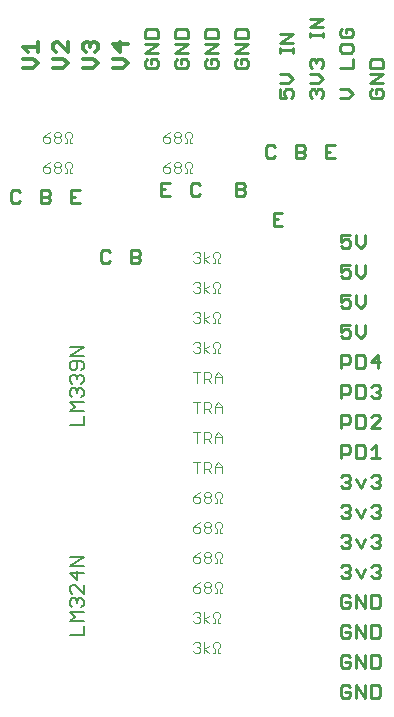
<source format=gto>
G75*
%MOIN*%
%OFA0B0*%
%FSLAX25Y25*%
%IPPOS*%
%LPD*%
%AMOC8*
5,1,8,0,0,1.08239X$1,22.5*
%
%ADD10C,0.01200*%
%ADD11C,0.01100*%
%ADD12C,0.00500*%
%ADD13C,0.00400*%
D10*
X0010596Y0234100D02*
X0013799Y0234100D01*
X0015400Y0235701D01*
X0013799Y0237303D01*
X0010596Y0237303D01*
X0012197Y0239625D02*
X0010596Y0241226D01*
X0015400Y0241226D01*
X0015400Y0239625D02*
X0015400Y0242827D01*
X0020596Y0242027D02*
X0020596Y0240425D01*
X0021397Y0239625D01*
X0020596Y0237303D02*
X0023799Y0237303D01*
X0025400Y0235701D01*
X0023799Y0234100D01*
X0020596Y0234100D01*
X0020596Y0242027D02*
X0021397Y0242827D01*
X0022197Y0242827D01*
X0025400Y0239625D01*
X0025400Y0242827D01*
X0030596Y0242027D02*
X0031397Y0242827D01*
X0032197Y0242827D01*
X0032998Y0242027D01*
X0033799Y0242827D01*
X0034599Y0242827D01*
X0035400Y0242027D01*
X0035400Y0240425D01*
X0034599Y0239625D01*
X0032998Y0241226D02*
X0032998Y0242027D01*
X0031397Y0239625D02*
X0030596Y0240425D01*
X0030596Y0242027D01*
X0030596Y0237303D02*
X0033799Y0237303D01*
X0035400Y0235701D01*
X0033799Y0234100D01*
X0030596Y0234100D01*
X0040596Y0234100D02*
X0043799Y0234100D01*
X0045400Y0235701D01*
X0043799Y0237303D01*
X0040596Y0237303D01*
X0042998Y0239625D02*
X0040596Y0242027D01*
X0045400Y0242027D01*
X0042998Y0242827D02*
X0042998Y0239625D01*
D11*
X0051046Y0239114D02*
X0055450Y0242050D01*
X0051046Y0242050D01*
X0051046Y0244179D02*
X0051046Y0246381D01*
X0051780Y0247114D01*
X0054716Y0247114D01*
X0055450Y0246381D01*
X0055450Y0244179D01*
X0051046Y0244179D01*
X0051046Y0239114D02*
X0055450Y0239114D01*
X0054716Y0236986D02*
X0055450Y0236252D01*
X0055450Y0234784D01*
X0054716Y0234050D01*
X0051780Y0234050D01*
X0051046Y0234784D01*
X0051046Y0236252D01*
X0051780Y0236986D01*
X0053248Y0236986D02*
X0053248Y0235518D01*
X0053248Y0236986D02*
X0054716Y0236986D01*
X0061046Y0236252D02*
X0061046Y0234784D01*
X0061780Y0234050D01*
X0064716Y0234050D01*
X0065450Y0234784D01*
X0065450Y0236252D01*
X0064716Y0236986D01*
X0063248Y0236986D01*
X0063248Y0235518D01*
X0061780Y0236986D02*
X0061046Y0236252D01*
X0061046Y0239114D02*
X0065450Y0242050D01*
X0061046Y0242050D01*
X0061046Y0244179D02*
X0061046Y0246381D01*
X0061780Y0247114D01*
X0064716Y0247114D01*
X0065450Y0246381D01*
X0065450Y0244179D01*
X0061046Y0244179D01*
X0061046Y0239114D02*
X0065450Y0239114D01*
X0071046Y0239114D02*
X0075450Y0242050D01*
X0071046Y0242050D01*
X0071046Y0244179D02*
X0071046Y0246381D01*
X0071780Y0247114D01*
X0074716Y0247114D01*
X0075450Y0246381D01*
X0075450Y0244179D01*
X0071046Y0244179D01*
X0071046Y0239114D02*
X0075450Y0239114D01*
X0074716Y0236986D02*
X0075450Y0236252D01*
X0075450Y0234784D01*
X0074716Y0234050D01*
X0071780Y0234050D01*
X0071046Y0234784D01*
X0071046Y0236252D01*
X0071780Y0236986D01*
X0073248Y0236986D02*
X0073248Y0235518D01*
X0073248Y0236986D02*
X0074716Y0236986D01*
X0081046Y0236252D02*
X0081046Y0234784D01*
X0081780Y0234050D01*
X0084716Y0234050D01*
X0085450Y0234784D01*
X0085450Y0236252D01*
X0084716Y0236986D01*
X0083248Y0236986D01*
X0083248Y0235518D01*
X0081780Y0236986D02*
X0081046Y0236252D01*
X0081046Y0239114D02*
X0085450Y0242050D01*
X0081046Y0242050D01*
X0081046Y0244179D02*
X0081046Y0246381D01*
X0081780Y0247114D01*
X0084716Y0247114D01*
X0085450Y0246381D01*
X0085450Y0244179D01*
X0081046Y0244179D01*
X0081046Y0239114D02*
X0085450Y0239114D01*
X0096046Y0239243D02*
X0096046Y0240711D01*
X0096046Y0239977D02*
X0100450Y0239977D01*
X0100450Y0239243D02*
X0100450Y0240711D01*
X0100450Y0242619D02*
X0096046Y0242619D01*
X0100450Y0245555D01*
X0096046Y0245555D01*
X0096046Y0232050D02*
X0098982Y0232050D01*
X0100450Y0230582D01*
X0098982Y0229114D01*
X0096046Y0229114D01*
X0096046Y0226986D02*
X0096046Y0224050D01*
X0098248Y0224050D01*
X0097514Y0225518D01*
X0097514Y0226252D01*
X0098248Y0226986D01*
X0099716Y0226986D01*
X0100450Y0226252D01*
X0100450Y0224784D01*
X0099716Y0224050D01*
X0106046Y0224784D02*
X0106046Y0226252D01*
X0106780Y0226986D01*
X0107514Y0226986D01*
X0108248Y0226252D01*
X0108982Y0226986D01*
X0109716Y0226986D01*
X0110450Y0226252D01*
X0110450Y0224784D01*
X0109716Y0224050D01*
X0108248Y0225518D02*
X0108248Y0226252D01*
X0106780Y0224050D02*
X0106046Y0224784D01*
X0106046Y0229114D02*
X0108982Y0229114D01*
X0110450Y0230582D01*
X0108982Y0232050D01*
X0106046Y0232050D01*
X0106780Y0234179D02*
X0106046Y0234913D01*
X0106046Y0236381D01*
X0106780Y0237114D01*
X0107514Y0237114D01*
X0108248Y0236381D01*
X0108982Y0237114D01*
X0109716Y0237114D01*
X0110450Y0236381D01*
X0110450Y0234913D01*
X0109716Y0234179D01*
X0108248Y0235647D02*
X0108248Y0236381D01*
X0106046Y0244307D02*
X0106046Y0245775D01*
X0106046Y0245041D02*
X0110450Y0245041D01*
X0110450Y0244307D02*
X0110450Y0245775D01*
X0110450Y0247684D02*
X0106046Y0247684D01*
X0110450Y0250619D01*
X0106046Y0250619D01*
X0116046Y0246509D02*
X0116046Y0245041D01*
X0116780Y0244307D01*
X0119716Y0244307D01*
X0120450Y0245041D01*
X0120450Y0246509D01*
X0119716Y0247243D01*
X0118248Y0247243D01*
X0118248Y0245775D01*
X0116780Y0247243D02*
X0116046Y0246509D01*
X0116780Y0242179D02*
X0116046Y0241445D01*
X0116046Y0239977D01*
X0116780Y0239243D01*
X0119716Y0239243D01*
X0120450Y0239977D01*
X0120450Y0241445D01*
X0119716Y0242179D01*
X0116780Y0242179D01*
X0120450Y0237114D02*
X0120450Y0234179D01*
X0116046Y0234179D01*
X0116046Y0226986D02*
X0118982Y0226986D01*
X0120450Y0225518D01*
X0118982Y0224050D01*
X0116046Y0224050D01*
X0114486Y0208454D02*
X0111550Y0208454D01*
X0111550Y0204050D01*
X0114486Y0204050D01*
X0113018Y0206252D02*
X0111550Y0206252D01*
X0104486Y0206986D02*
X0103752Y0206252D01*
X0101550Y0206252D01*
X0101550Y0204050D02*
X0101550Y0208454D01*
X0103752Y0208454D01*
X0104486Y0207720D01*
X0104486Y0206986D01*
X0103752Y0206252D02*
X0104486Y0205518D01*
X0104486Y0204784D01*
X0103752Y0204050D01*
X0101550Y0204050D01*
X0094486Y0204784D02*
X0093752Y0204050D01*
X0092284Y0204050D01*
X0091550Y0204784D01*
X0091550Y0207720D01*
X0092284Y0208454D01*
X0093752Y0208454D01*
X0094486Y0207720D01*
X0083752Y0195954D02*
X0084486Y0195220D01*
X0084486Y0194486D01*
X0083752Y0193752D01*
X0081550Y0193752D01*
X0081550Y0191550D02*
X0081550Y0195954D01*
X0083752Y0195954D01*
X0083752Y0193752D02*
X0084486Y0193018D01*
X0084486Y0192284D01*
X0083752Y0191550D01*
X0081550Y0191550D01*
X0069486Y0192284D02*
X0068752Y0191550D01*
X0067284Y0191550D01*
X0066550Y0192284D01*
X0066550Y0195220D01*
X0067284Y0195954D01*
X0068752Y0195954D01*
X0069486Y0195220D01*
X0059486Y0195954D02*
X0056550Y0195954D01*
X0056550Y0191550D01*
X0059486Y0191550D01*
X0058018Y0193752D02*
X0056550Y0193752D01*
X0048752Y0173454D02*
X0046550Y0173454D01*
X0046550Y0169050D01*
X0048752Y0169050D01*
X0049486Y0169784D01*
X0049486Y0170518D01*
X0048752Y0171252D01*
X0046550Y0171252D01*
X0048752Y0171252D02*
X0049486Y0171986D01*
X0049486Y0172720D01*
X0048752Y0173454D01*
X0039486Y0172720D02*
X0038752Y0173454D01*
X0037284Y0173454D01*
X0036550Y0172720D01*
X0036550Y0169784D01*
X0037284Y0169050D01*
X0038752Y0169050D01*
X0039486Y0169784D01*
X0029486Y0189050D02*
X0026550Y0189050D01*
X0026550Y0193454D01*
X0029486Y0193454D01*
X0028018Y0191252D02*
X0026550Y0191252D01*
X0019486Y0191986D02*
X0018752Y0191252D01*
X0016550Y0191252D01*
X0016550Y0189050D02*
X0016550Y0193454D01*
X0018752Y0193454D01*
X0019486Y0192720D01*
X0019486Y0191986D01*
X0018752Y0191252D02*
X0019486Y0190518D01*
X0019486Y0189784D01*
X0018752Y0189050D01*
X0016550Y0189050D01*
X0009486Y0189784D02*
X0008752Y0189050D01*
X0007284Y0189050D01*
X0006550Y0189784D01*
X0006550Y0192720D01*
X0007284Y0193454D01*
X0008752Y0193454D01*
X0009486Y0192720D01*
X0094050Y0185954D02*
X0094050Y0181550D01*
X0096986Y0181550D01*
X0095518Y0183752D02*
X0094050Y0183752D01*
X0094050Y0185954D02*
X0096986Y0185954D01*
X0116550Y0178454D02*
X0116550Y0176252D01*
X0118018Y0176986D01*
X0118752Y0176986D01*
X0119486Y0176252D01*
X0119486Y0174784D01*
X0118752Y0174050D01*
X0117284Y0174050D01*
X0116550Y0174784D01*
X0116550Y0178454D02*
X0119486Y0178454D01*
X0121614Y0178454D02*
X0121614Y0175518D01*
X0123082Y0174050D01*
X0124550Y0175518D01*
X0124550Y0178454D01*
X0124550Y0168454D02*
X0124550Y0165518D01*
X0123082Y0164050D01*
X0121614Y0165518D01*
X0121614Y0168454D01*
X0119486Y0168454D02*
X0116550Y0168454D01*
X0116550Y0166252D01*
X0118018Y0166986D01*
X0118752Y0166986D01*
X0119486Y0166252D01*
X0119486Y0164784D01*
X0118752Y0164050D01*
X0117284Y0164050D01*
X0116550Y0164784D01*
X0116550Y0158454D02*
X0116550Y0156252D01*
X0118018Y0156986D01*
X0118752Y0156986D01*
X0119486Y0156252D01*
X0119486Y0154784D01*
X0118752Y0154050D01*
X0117284Y0154050D01*
X0116550Y0154784D01*
X0116550Y0158454D02*
X0119486Y0158454D01*
X0121614Y0158454D02*
X0121614Y0155518D01*
X0123082Y0154050D01*
X0124550Y0155518D01*
X0124550Y0158454D01*
X0124550Y0148454D02*
X0124550Y0145518D01*
X0123082Y0144050D01*
X0121614Y0145518D01*
X0121614Y0148454D01*
X0119486Y0148454D02*
X0116550Y0148454D01*
X0116550Y0146252D01*
X0118018Y0146986D01*
X0118752Y0146986D01*
X0119486Y0146252D01*
X0119486Y0144784D01*
X0118752Y0144050D01*
X0117284Y0144050D01*
X0116550Y0144784D01*
X0116550Y0138454D02*
X0118752Y0138454D01*
X0119486Y0137720D01*
X0119486Y0136252D01*
X0118752Y0135518D01*
X0116550Y0135518D01*
X0116550Y0134050D02*
X0116550Y0138454D01*
X0116550Y0128454D02*
X0118752Y0128454D01*
X0119486Y0127720D01*
X0119486Y0126252D01*
X0118752Y0125518D01*
X0116550Y0125518D01*
X0116550Y0124050D02*
X0116550Y0128454D01*
X0121614Y0128454D02*
X0121614Y0124050D01*
X0123816Y0124050D01*
X0124550Y0124784D01*
X0124550Y0127720D01*
X0123816Y0128454D01*
X0121614Y0128454D01*
X0121614Y0134050D02*
X0123816Y0134050D01*
X0124550Y0134784D01*
X0124550Y0137720D01*
X0123816Y0138454D01*
X0121614Y0138454D01*
X0121614Y0134050D01*
X0126679Y0136252D02*
X0129614Y0136252D01*
X0128881Y0138454D02*
X0126679Y0136252D01*
X0128881Y0134050D02*
X0128881Y0138454D01*
X0128881Y0128454D02*
X0127413Y0128454D01*
X0126679Y0127720D01*
X0128147Y0126252D02*
X0128881Y0126252D01*
X0129614Y0125518D01*
X0129614Y0124784D01*
X0128881Y0124050D01*
X0127413Y0124050D01*
X0126679Y0124784D01*
X0128881Y0126252D02*
X0129614Y0126986D01*
X0129614Y0127720D01*
X0128881Y0128454D01*
X0128881Y0118454D02*
X0127413Y0118454D01*
X0126679Y0117720D01*
X0124550Y0117720D02*
X0124550Y0114784D01*
X0123816Y0114050D01*
X0121614Y0114050D01*
X0121614Y0118454D01*
X0123816Y0118454D01*
X0124550Y0117720D01*
X0126679Y0114050D02*
X0129614Y0116986D01*
X0129614Y0117720D01*
X0128881Y0118454D01*
X0129614Y0114050D02*
X0126679Y0114050D01*
X0128147Y0108454D02*
X0126679Y0106986D01*
X0128147Y0108454D02*
X0128147Y0104050D01*
X0129614Y0104050D02*
X0126679Y0104050D01*
X0124550Y0104784D02*
X0124550Y0107720D01*
X0123816Y0108454D01*
X0121614Y0108454D01*
X0121614Y0104050D01*
X0123816Y0104050D01*
X0124550Y0104784D01*
X0127413Y0098454D02*
X0128881Y0098454D01*
X0129614Y0097720D01*
X0129614Y0096986D01*
X0128881Y0096252D01*
X0129614Y0095518D01*
X0129614Y0094784D01*
X0128881Y0094050D01*
X0127413Y0094050D01*
X0126679Y0094784D01*
X0128147Y0096252D02*
X0128881Y0096252D01*
X0126679Y0097720D02*
X0127413Y0098454D01*
X0124550Y0096986D02*
X0123082Y0094050D01*
X0121614Y0096986D01*
X0119486Y0096986D02*
X0118752Y0096252D01*
X0119486Y0095518D01*
X0119486Y0094784D01*
X0118752Y0094050D01*
X0117284Y0094050D01*
X0116550Y0094784D01*
X0118018Y0096252D02*
X0118752Y0096252D01*
X0119486Y0096986D02*
X0119486Y0097720D01*
X0118752Y0098454D01*
X0117284Y0098454D01*
X0116550Y0097720D01*
X0116550Y0104050D02*
X0116550Y0108454D01*
X0118752Y0108454D01*
X0119486Y0107720D01*
X0119486Y0106252D01*
X0118752Y0105518D01*
X0116550Y0105518D01*
X0116550Y0114050D02*
X0116550Y0118454D01*
X0118752Y0118454D01*
X0119486Y0117720D01*
X0119486Y0116252D01*
X0118752Y0115518D01*
X0116550Y0115518D01*
X0117284Y0088454D02*
X0116550Y0087720D01*
X0117284Y0088454D02*
X0118752Y0088454D01*
X0119486Y0087720D01*
X0119486Y0086986D01*
X0118752Y0086252D01*
X0119486Y0085518D01*
X0119486Y0084784D01*
X0118752Y0084050D01*
X0117284Y0084050D01*
X0116550Y0084784D01*
X0118018Y0086252D02*
X0118752Y0086252D01*
X0121614Y0086986D02*
X0123082Y0084050D01*
X0124550Y0086986D01*
X0126679Y0087720D02*
X0127413Y0088454D01*
X0128881Y0088454D01*
X0129614Y0087720D01*
X0129614Y0086986D01*
X0128881Y0086252D01*
X0129614Y0085518D01*
X0129614Y0084784D01*
X0128881Y0084050D01*
X0127413Y0084050D01*
X0126679Y0084784D01*
X0128147Y0086252D02*
X0128881Y0086252D01*
X0128881Y0078454D02*
X0127413Y0078454D01*
X0126679Y0077720D01*
X0128147Y0076252D02*
X0128881Y0076252D01*
X0129614Y0075518D01*
X0129614Y0074784D01*
X0128881Y0074050D01*
X0127413Y0074050D01*
X0126679Y0074784D01*
X0124550Y0076986D02*
X0123082Y0074050D01*
X0121614Y0076986D01*
X0119486Y0076986D02*
X0118752Y0076252D01*
X0119486Y0075518D01*
X0119486Y0074784D01*
X0118752Y0074050D01*
X0117284Y0074050D01*
X0116550Y0074784D01*
X0118018Y0076252D02*
X0118752Y0076252D01*
X0119486Y0076986D02*
X0119486Y0077720D01*
X0118752Y0078454D01*
X0117284Y0078454D01*
X0116550Y0077720D01*
X0117284Y0068454D02*
X0118752Y0068454D01*
X0119486Y0067720D01*
X0119486Y0066986D01*
X0118752Y0066252D01*
X0119486Y0065518D01*
X0119486Y0064784D01*
X0118752Y0064050D01*
X0117284Y0064050D01*
X0116550Y0064784D01*
X0118018Y0066252D02*
X0118752Y0066252D01*
X0116550Y0067720D02*
X0117284Y0068454D01*
X0121614Y0066986D02*
X0123082Y0064050D01*
X0124550Y0066986D01*
X0126679Y0067720D02*
X0127413Y0068454D01*
X0128881Y0068454D01*
X0129614Y0067720D01*
X0129614Y0066986D01*
X0128881Y0066252D01*
X0129614Y0065518D01*
X0129614Y0064784D01*
X0128881Y0064050D01*
X0127413Y0064050D01*
X0126679Y0064784D01*
X0128147Y0066252D02*
X0128881Y0066252D01*
X0128881Y0058454D02*
X0126679Y0058454D01*
X0126679Y0054050D01*
X0128881Y0054050D01*
X0129614Y0054784D01*
X0129614Y0057720D01*
X0128881Y0058454D01*
X0124550Y0058454D02*
X0124550Y0054050D01*
X0121614Y0058454D01*
X0121614Y0054050D01*
X0119486Y0054784D02*
X0118752Y0054050D01*
X0117284Y0054050D01*
X0116550Y0054784D01*
X0116550Y0057720D01*
X0117284Y0058454D01*
X0118752Y0058454D01*
X0119486Y0057720D01*
X0119486Y0056252D02*
X0118018Y0056252D01*
X0119486Y0056252D02*
X0119486Y0054784D01*
X0118752Y0048454D02*
X0117284Y0048454D01*
X0116550Y0047720D01*
X0116550Y0044784D01*
X0117284Y0044050D01*
X0118752Y0044050D01*
X0119486Y0044784D01*
X0119486Y0046252D01*
X0118018Y0046252D01*
X0119486Y0047720D02*
X0118752Y0048454D01*
X0121614Y0048454D02*
X0121614Y0044050D01*
X0124550Y0044050D02*
X0121614Y0048454D01*
X0124550Y0048454D02*
X0124550Y0044050D01*
X0126679Y0044050D02*
X0126679Y0048454D01*
X0128881Y0048454D01*
X0129614Y0047720D01*
X0129614Y0044784D01*
X0128881Y0044050D01*
X0126679Y0044050D01*
X0126679Y0038454D02*
X0128881Y0038454D01*
X0129614Y0037720D01*
X0129614Y0034784D01*
X0128881Y0034050D01*
X0126679Y0034050D01*
X0126679Y0038454D01*
X0124550Y0038454D02*
X0124550Y0034050D01*
X0121614Y0038454D01*
X0121614Y0034050D01*
X0119486Y0034784D02*
X0119486Y0036252D01*
X0118018Y0036252D01*
X0119486Y0037720D02*
X0118752Y0038454D01*
X0117284Y0038454D01*
X0116550Y0037720D01*
X0116550Y0034784D01*
X0117284Y0034050D01*
X0118752Y0034050D01*
X0119486Y0034784D01*
X0118752Y0028454D02*
X0117284Y0028454D01*
X0116550Y0027720D01*
X0116550Y0024784D01*
X0117284Y0024050D01*
X0118752Y0024050D01*
X0119486Y0024784D01*
X0119486Y0026252D01*
X0118018Y0026252D01*
X0119486Y0027720D02*
X0118752Y0028454D01*
X0121614Y0028454D02*
X0121614Y0024050D01*
X0124550Y0024050D02*
X0121614Y0028454D01*
X0124550Y0028454D02*
X0124550Y0024050D01*
X0126679Y0024050D02*
X0128881Y0024050D01*
X0129614Y0024784D01*
X0129614Y0027720D01*
X0128881Y0028454D01*
X0126679Y0028454D01*
X0126679Y0024050D01*
X0128881Y0076252D02*
X0129614Y0076986D01*
X0129614Y0077720D01*
X0128881Y0078454D01*
X0129716Y0224050D02*
X0126780Y0224050D01*
X0126046Y0224784D01*
X0126046Y0226252D01*
X0126780Y0226986D01*
X0128248Y0226986D02*
X0128248Y0225518D01*
X0128248Y0226986D02*
X0129716Y0226986D01*
X0130450Y0226252D01*
X0130450Y0224784D01*
X0129716Y0224050D01*
X0130450Y0229114D02*
X0126046Y0229114D01*
X0130450Y0232050D01*
X0126046Y0232050D01*
X0126046Y0234179D02*
X0126046Y0236381D01*
X0126780Y0237114D01*
X0129716Y0237114D01*
X0130450Y0236381D01*
X0130450Y0234179D01*
X0126046Y0234179D01*
D12*
X0030750Y0045126D02*
X0026246Y0045126D01*
X0026246Y0049730D02*
X0027747Y0051232D01*
X0026246Y0052733D01*
X0030750Y0052733D01*
X0029999Y0054334D02*
X0030750Y0055085D01*
X0030750Y0056586D01*
X0029999Y0057337D01*
X0029249Y0057337D01*
X0028498Y0056586D01*
X0028498Y0055836D01*
X0028498Y0056586D02*
X0027747Y0057337D01*
X0026997Y0057337D01*
X0026246Y0056586D01*
X0026246Y0055085D01*
X0026997Y0054334D01*
X0026246Y0049730D02*
X0030750Y0049730D01*
X0030750Y0048129D02*
X0030750Y0045126D01*
X0030750Y0058938D02*
X0027747Y0061941D01*
X0026997Y0061941D01*
X0026246Y0061190D01*
X0026246Y0059689D01*
X0026997Y0058938D01*
X0030750Y0058938D02*
X0030750Y0061941D01*
X0028498Y0063542D02*
X0028498Y0066545D01*
X0026246Y0065794D02*
X0028498Y0063542D01*
X0030750Y0065794D02*
X0026246Y0065794D01*
X0026246Y0068146D02*
X0030750Y0071149D01*
X0026246Y0071149D01*
X0026246Y0068146D02*
X0030750Y0068146D01*
X0030750Y0115126D02*
X0026246Y0115126D01*
X0026246Y0119730D02*
X0027747Y0121232D01*
X0026246Y0122733D01*
X0030750Y0122733D01*
X0029999Y0124334D02*
X0030750Y0125085D01*
X0030750Y0126586D01*
X0029999Y0127337D01*
X0029249Y0127337D01*
X0028498Y0126586D01*
X0028498Y0125836D01*
X0028498Y0126586D02*
X0027747Y0127337D01*
X0026997Y0127337D01*
X0026246Y0126586D01*
X0026246Y0125085D01*
X0026997Y0124334D01*
X0026246Y0119730D02*
X0030750Y0119730D01*
X0030750Y0118129D02*
X0030750Y0115126D01*
X0029999Y0128938D02*
X0030750Y0129689D01*
X0030750Y0131190D01*
X0029999Y0131941D01*
X0029249Y0131941D01*
X0028498Y0131190D01*
X0028498Y0130439D01*
X0028498Y0131190D02*
X0027747Y0131941D01*
X0026997Y0131941D01*
X0026246Y0131190D01*
X0026246Y0129689D01*
X0026997Y0128938D01*
X0026997Y0133542D02*
X0026246Y0134293D01*
X0026246Y0135794D01*
X0026997Y0136545D01*
X0029999Y0136545D01*
X0030750Y0135794D01*
X0030750Y0134293D01*
X0029999Y0133542D01*
X0028498Y0134293D02*
X0028498Y0136545D01*
X0028498Y0134293D02*
X0027747Y0133542D01*
X0026997Y0133542D01*
X0026246Y0138146D02*
X0030750Y0141149D01*
X0026246Y0141149D01*
X0026246Y0138146D02*
X0030750Y0138146D01*
D13*
X0026817Y0199300D02*
X0026234Y0199300D01*
X0026234Y0200468D01*
X0026817Y0201051D01*
X0026817Y0202219D01*
X0026234Y0202803D01*
X0025066Y0202803D01*
X0024482Y0202219D01*
X0024482Y0201051D01*
X0025066Y0200468D01*
X0025066Y0199300D01*
X0024482Y0199300D01*
X0023226Y0199884D02*
X0022643Y0199300D01*
X0021475Y0199300D01*
X0020891Y0199884D01*
X0020891Y0200468D01*
X0021475Y0201051D01*
X0022643Y0201051D01*
X0023226Y0200468D01*
X0023226Y0199884D01*
X0022643Y0201051D02*
X0023226Y0201635D01*
X0023226Y0202219D01*
X0022643Y0202803D01*
X0021475Y0202803D01*
X0020891Y0202219D01*
X0020891Y0201635D01*
X0021475Y0201051D01*
X0019635Y0200468D02*
X0019051Y0201051D01*
X0017300Y0201051D01*
X0017300Y0199884D01*
X0017884Y0199300D01*
X0019051Y0199300D01*
X0019635Y0199884D01*
X0019635Y0200468D01*
X0018468Y0202219D02*
X0017300Y0201051D01*
X0018468Y0202219D02*
X0019635Y0202803D01*
X0019051Y0209300D02*
X0017884Y0209300D01*
X0017300Y0209884D01*
X0017300Y0211051D01*
X0019051Y0211051D01*
X0019635Y0210468D01*
X0019635Y0209884D01*
X0019051Y0209300D01*
X0020891Y0209884D02*
X0020891Y0210468D01*
X0021475Y0211051D01*
X0022643Y0211051D01*
X0023226Y0210468D01*
X0023226Y0209884D01*
X0022643Y0209300D01*
X0021475Y0209300D01*
X0020891Y0209884D01*
X0021475Y0211051D02*
X0020891Y0211635D01*
X0020891Y0212219D01*
X0021475Y0212803D01*
X0022643Y0212803D01*
X0023226Y0212219D01*
X0023226Y0211635D01*
X0022643Y0211051D01*
X0024482Y0211051D02*
X0024482Y0212219D01*
X0025066Y0212803D01*
X0026234Y0212803D01*
X0026817Y0212219D01*
X0026817Y0211051D01*
X0026234Y0210468D01*
X0026234Y0209300D01*
X0026817Y0209300D01*
X0025066Y0209300D02*
X0025066Y0210468D01*
X0024482Y0211051D01*
X0024482Y0209300D02*
X0025066Y0209300D01*
X0019635Y0212803D02*
X0018468Y0212219D01*
X0017300Y0211051D01*
X0057300Y0211051D02*
X0059051Y0211051D01*
X0059635Y0210468D01*
X0059635Y0209884D01*
X0059051Y0209300D01*
X0057884Y0209300D01*
X0057300Y0209884D01*
X0057300Y0211051D01*
X0058468Y0212219D01*
X0059635Y0212803D01*
X0060891Y0212219D02*
X0060891Y0211635D01*
X0061475Y0211051D01*
X0062643Y0211051D01*
X0063226Y0210468D01*
X0063226Y0209884D01*
X0062643Y0209300D01*
X0061475Y0209300D01*
X0060891Y0209884D01*
X0060891Y0210468D01*
X0061475Y0211051D01*
X0062643Y0211051D02*
X0063226Y0211635D01*
X0063226Y0212219D01*
X0062643Y0212803D01*
X0061475Y0212803D01*
X0060891Y0212219D01*
X0064482Y0212219D02*
X0064482Y0211051D01*
X0065066Y0210468D01*
X0065066Y0209300D01*
X0064482Y0209300D01*
X0066234Y0209300D02*
X0066234Y0210468D01*
X0066817Y0211051D01*
X0066817Y0212219D01*
X0066234Y0212803D01*
X0065066Y0212803D01*
X0064482Y0212219D01*
X0066234Y0209300D02*
X0066817Y0209300D01*
X0066234Y0202803D02*
X0066817Y0202219D01*
X0066817Y0201051D01*
X0066234Y0200468D01*
X0066234Y0199300D01*
X0066817Y0199300D01*
X0065066Y0199300D02*
X0065066Y0200468D01*
X0064482Y0201051D01*
X0064482Y0202219D01*
X0065066Y0202803D01*
X0066234Y0202803D01*
X0065066Y0199300D02*
X0064482Y0199300D01*
X0063226Y0199884D02*
X0062643Y0199300D01*
X0061475Y0199300D01*
X0060891Y0199884D01*
X0060891Y0200468D01*
X0061475Y0201051D01*
X0062643Y0201051D01*
X0063226Y0200468D01*
X0063226Y0199884D01*
X0062643Y0201051D02*
X0063226Y0201635D01*
X0063226Y0202219D01*
X0062643Y0202803D01*
X0061475Y0202803D01*
X0060891Y0202219D01*
X0060891Y0201635D01*
X0061475Y0201051D01*
X0059635Y0200468D02*
X0059051Y0201051D01*
X0057300Y0201051D01*
X0057300Y0199884D01*
X0057884Y0199300D01*
X0059051Y0199300D01*
X0059635Y0199884D01*
X0059635Y0200468D01*
X0058468Y0202219D02*
X0057300Y0201051D01*
X0058468Y0202219D02*
X0059635Y0202803D01*
X0067884Y0172803D02*
X0067300Y0172219D01*
X0067884Y0172803D02*
X0069051Y0172803D01*
X0069635Y0172219D01*
X0069635Y0171635D01*
X0069051Y0171051D01*
X0069635Y0170468D01*
X0069635Y0169884D01*
X0069051Y0169300D01*
X0067884Y0169300D01*
X0067300Y0169884D01*
X0068468Y0171051D02*
X0069051Y0171051D01*
X0070891Y0170468D02*
X0072643Y0171635D01*
X0073884Y0171051D02*
X0073884Y0172219D01*
X0074467Y0172803D01*
X0075635Y0172803D01*
X0076219Y0172219D01*
X0076219Y0171051D01*
X0075635Y0170468D01*
X0075635Y0169300D01*
X0076219Y0169300D01*
X0074467Y0169300D02*
X0074467Y0170468D01*
X0073884Y0171051D01*
X0073884Y0169300D02*
X0074467Y0169300D01*
X0072643Y0169300D02*
X0070891Y0170468D01*
X0070891Y0169300D02*
X0070891Y0172803D01*
X0070891Y0162803D02*
X0070891Y0159300D01*
X0070891Y0160468D02*
X0072643Y0161635D01*
X0073884Y0161051D02*
X0073884Y0162219D01*
X0074467Y0162803D01*
X0075635Y0162803D01*
X0076219Y0162219D01*
X0076219Y0161051D01*
X0075635Y0160468D01*
X0075635Y0159300D01*
X0076219Y0159300D01*
X0074467Y0159300D02*
X0074467Y0160468D01*
X0073884Y0161051D01*
X0073884Y0159300D02*
X0074467Y0159300D01*
X0072643Y0159300D02*
X0070891Y0160468D01*
X0069635Y0160468D02*
X0069635Y0159884D01*
X0069051Y0159300D01*
X0067884Y0159300D01*
X0067300Y0159884D01*
X0068468Y0161051D02*
X0069051Y0161051D01*
X0069635Y0160468D01*
X0069051Y0161051D02*
X0069635Y0161635D01*
X0069635Y0162219D01*
X0069051Y0162803D01*
X0067884Y0162803D01*
X0067300Y0162219D01*
X0067884Y0152803D02*
X0069051Y0152803D01*
X0069635Y0152219D01*
X0069635Y0151635D01*
X0069051Y0151051D01*
X0069635Y0150468D01*
X0069635Y0149884D01*
X0069051Y0149300D01*
X0067884Y0149300D01*
X0067300Y0149884D01*
X0068468Y0151051D02*
X0069051Y0151051D01*
X0067300Y0152219D02*
X0067884Y0152803D01*
X0070891Y0152803D02*
X0070891Y0149300D01*
X0070891Y0150468D02*
X0072643Y0151635D01*
X0073884Y0151051D02*
X0073884Y0152219D01*
X0074467Y0152803D01*
X0075635Y0152803D01*
X0076219Y0152219D01*
X0076219Y0151051D01*
X0075635Y0150468D01*
X0075635Y0149300D01*
X0076219Y0149300D01*
X0074467Y0149300D02*
X0074467Y0150468D01*
X0073884Y0151051D01*
X0073884Y0149300D02*
X0074467Y0149300D01*
X0072643Y0149300D02*
X0070891Y0150468D01*
X0070891Y0142803D02*
X0070891Y0139300D01*
X0070891Y0140468D02*
X0072643Y0141635D01*
X0073884Y0141051D02*
X0073884Y0142219D01*
X0074467Y0142803D01*
X0075635Y0142803D01*
X0076219Y0142219D01*
X0076219Y0141051D01*
X0075635Y0140468D01*
X0075635Y0139300D01*
X0076219Y0139300D01*
X0074467Y0139300D02*
X0074467Y0140468D01*
X0073884Y0141051D01*
X0073884Y0139300D02*
X0074467Y0139300D01*
X0072643Y0139300D02*
X0070891Y0140468D01*
X0069635Y0140468D02*
X0069635Y0139884D01*
X0069051Y0139300D01*
X0067884Y0139300D01*
X0067300Y0139884D01*
X0068468Y0141051D02*
X0069051Y0141051D01*
X0069635Y0140468D01*
X0069051Y0141051D02*
X0069635Y0141635D01*
X0069635Y0142219D01*
X0069051Y0142803D01*
X0067884Y0142803D01*
X0067300Y0142219D01*
X0067300Y0132803D02*
X0069635Y0132803D01*
X0068468Y0132803D02*
X0068468Y0129300D01*
X0070891Y0129300D02*
X0070891Y0132803D01*
X0072643Y0132803D01*
X0073226Y0132219D01*
X0073226Y0131051D01*
X0072643Y0130468D01*
X0070891Y0130468D01*
X0072059Y0130468D02*
X0073226Y0129300D01*
X0074482Y0129300D02*
X0074482Y0131635D01*
X0075650Y0132803D01*
X0076817Y0131635D01*
X0076817Y0129300D01*
X0076817Y0131051D02*
X0074482Y0131051D01*
X0075650Y0122803D02*
X0076817Y0121635D01*
X0076817Y0119300D01*
X0076817Y0121051D02*
X0074482Y0121051D01*
X0074482Y0121635D02*
X0075650Y0122803D01*
X0074482Y0121635D02*
X0074482Y0119300D01*
X0073226Y0119300D02*
X0072059Y0120468D01*
X0072643Y0120468D02*
X0070891Y0120468D01*
X0070891Y0119300D02*
X0070891Y0122803D01*
X0072643Y0122803D01*
X0073226Y0122219D01*
X0073226Y0121051D01*
X0072643Y0120468D01*
X0069635Y0122803D02*
X0067300Y0122803D01*
X0068468Y0122803D02*
X0068468Y0119300D01*
X0068468Y0112803D02*
X0068468Y0109300D01*
X0067300Y0112803D02*
X0069635Y0112803D01*
X0070891Y0112803D02*
X0070891Y0109300D01*
X0070891Y0110468D02*
X0072643Y0110468D01*
X0073226Y0111051D01*
X0073226Y0112219D01*
X0072643Y0112803D01*
X0070891Y0112803D01*
X0072059Y0110468D02*
X0073226Y0109300D01*
X0074482Y0109300D02*
X0074482Y0111635D01*
X0075650Y0112803D01*
X0076817Y0111635D01*
X0076817Y0109300D01*
X0076817Y0111051D02*
X0074482Y0111051D01*
X0075650Y0102803D02*
X0074482Y0101635D01*
X0074482Y0099300D01*
X0073226Y0099300D02*
X0072059Y0100468D01*
X0072643Y0100468D02*
X0070891Y0100468D01*
X0070891Y0099300D02*
X0070891Y0102803D01*
X0072643Y0102803D01*
X0073226Y0102219D01*
X0073226Y0101051D01*
X0072643Y0100468D01*
X0074482Y0101051D02*
X0076817Y0101051D01*
X0076817Y0101635D02*
X0076817Y0099300D01*
X0076817Y0101635D02*
X0075650Y0102803D01*
X0075066Y0092803D02*
X0076234Y0092803D01*
X0076817Y0092219D01*
X0076817Y0091051D01*
X0076234Y0090468D01*
X0076234Y0089300D01*
X0076817Y0089300D01*
X0075066Y0089300D02*
X0075066Y0090468D01*
X0074482Y0091051D01*
X0074482Y0092219D01*
X0075066Y0092803D01*
X0073226Y0092219D02*
X0073226Y0091635D01*
X0072643Y0091051D01*
X0071475Y0091051D01*
X0070891Y0091635D01*
X0070891Y0092219D01*
X0071475Y0092803D01*
X0072643Y0092803D01*
X0073226Y0092219D01*
X0072643Y0091051D02*
X0073226Y0090468D01*
X0073226Y0089884D01*
X0072643Y0089300D01*
X0071475Y0089300D01*
X0070891Y0089884D01*
X0070891Y0090468D01*
X0071475Y0091051D01*
X0069635Y0090468D02*
X0069051Y0091051D01*
X0067300Y0091051D01*
X0067300Y0089884D01*
X0067884Y0089300D01*
X0069051Y0089300D01*
X0069635Y0089884D01*
X0069635Y0090468D01*
X0068468Y0092219D02*
X0069635Y0092803D01*
X0068468Y0092219D02*
X0067300Y0091051D01*
X0068468Y0099300D02*
X0068468Y0102803D01*
X0069635Y0102803D02*
X0067300Y0102803D01*
X0074482Y0089300D02*
X0075066Y0089300D01*
X0075066Y0082803D02*
X0074482Y0082219D01*
X0074482Y0081051D01*
X0075066Y0080468D01*
X0075066Y0079300D01*
X0074482Y0079300D01*
X0073226Y0079884D02*
X0072643Y0079300D01*
X0071475Y0079300D01*
X0070891Y0079884D01*
X0070891Y0080468D01*
X0071475Y0081051D01*
X0072643Y0081051D01*
X0073226Y0080468D01*
X0073226Y0079884D01*
X0072643Y0081051D02*
X0073226Y0081635D01*
X0073226Y0082219D01*
X0072643Y0082803D01*
X0071475Y0082803D01*
X0070891Y0082219D01*
X0070891Y0081635D01*
X0071475Y0081051D01*
X0069635Y0080468D02*
X0069051Y0081051D01*
X0067300Y0081051D01*
X0067300Y0079884D01*
X0067884Y0079300D01*
X0069051Y0079300D01*
X0069635Y0079884D01*
X0069635Y0080468D01*
X0068468Y0082219D02*
X0067300Y0081051D01*
X0068468Y0082219D02*
X0069635Y0082803D01*
X0075066Y0082803D02*
X0076234Y0082803D01*
X0076817Y0082219D01*
X0076817Y0081051D01*
X0076234Y0080468D01*
X0076234Y0079300D01*
X0076817Y0079300D01*
X0076234Y0072803D02*
X0075066Y0072803D01*
X0074482Y0072219D01*
X0074482Y0071051D01*
X0075066Y0070468D01*
X0075066Y0069300D01*
X0074482Y0069300D01*
X0073226Y0069884D02*
X0072643Y0069300D01*
X0071475Y0069300D01*
X0070891Y0069884D01*
X0070891Y0070468D01*
X0071475Y0071051D01*
X0072643Y0071051D01*
X0073226Y0070468D01*
X0073226Y0069884D01*
X0072643Y0071051D02*
X0073226Y0071635D01*
X0073226Y0072219D01*
X0072643Y0072803D01*
X0071475Y0072803D01*
X0070891Y0072219D01*
X0070891Y0071635D01*
X0071475Y0071051D01*
X0069635Y0070468D02*
X0069051Y0071051D01*
X0067300Y0071051D01*
X0067300Y0069884D01*
X0067884Y0069300D01*
X0069051Y0069300D01*
X0069635Y0069884D01*
X0069635Y0070468D01*
X0068468Y0072219D02*
X0067300Y0071051D01*
X0068468Y0072219D02*
X0069635Y0072803D01*
X0069635Y0062803D02*
X0068468Y0062219D01*
X0067300Y0061051D01*
X0069051Y0061051D01*
X0069635Y0060468D01*
X0069635Y0059884D01*
X0069051Y0059300D01*
X0067884Y0059300D01*
X0067300Y0059884D01*
X0067300Y0061051D01*
X0070891Y0060468D02*
X0071475Y0061051D01*
X0072643Y0061051D01*
X0073226Y0060468D01*
X0073226Y0059884D01*
X0072643Y0059300D01*
X0071475Y0059300D01*
X0070891Y0059884D01*
X0070891Y0060468D01*
X0071475Y0061051D02*
X0070891Y0061635D01*
X0070891Y0062219D01*
X0071475Y0062803D01*
X0072643Y0062803D01*
X0073226Y0062219D01*
X0073226Y0061635D01*
X0072643Y0061051D01*
X0074482Y0061051D02*
X0074482Y0062219D01*
X0075066Y0062803D01*
X0076234Y0062803D01*
X0076817Y0062219D01*
X0076817Y0061051D01*
X0076234Y0060468D01*
X0076234Y0059300D01*
X0076817Y0059300D01*
X0075066Y0059300D02*
X0075066Y0060468D01*
X0074482Y0061051D01*
X0074482Y0059300D02*
X0075066Y0059300D01*
X0075635Y0052803D02*
X0074467Y0052803D01*
X0073884Y0052219D01*
X0073884Y0051051D01*
X0074467Y0050468D01*
X0074467Y0049300D01*
X0073884Y0049300D01*
X0072643Y0049300D02*
X0070891Y0050468D01*
X0072643Y0051635D01*
X0070891Y0052803D02*
X0070891Y0049300D01*
X0069635Y0049884D02*
X0069051Y0049300D01*
X0067884Y0049300D01*
X0067300Y0049884D01*
X0068468Y0051051D02*
X0069051Y0051051D01*
X0069635Y0050468D01*
X0069635Y0049884D01*
X0069051Y0051051D02*
X0069635Y0051635D01*
X0069635Y0052219D01*
X0069051Y0052803D01*
X0067884Y0052803D01*
X0067300Y0052219D01*
X0067884Y0042803D02*
X0067300Y0042219D01*
X0067884Y0042803D02*
X0069051Y0042803D01*
X0069635Y0042219D01*
X0069635Y0041635D01*
X0069051Y0041051D01*
X0069635Y0040468D01*
X0069635Y0039884D01*
X0069051Y0039300D01*
X0067884Y0039300D01*
X0067300Y0039884D01*
X0068468Y0041051D02*
X0069051Y0041051D01*
X0070891Y0040468D02*
X0072643Y0041635D01*
X0073884Y0041051D02*
X0074467Y0040468D01*
X0074467Y0039300D01*
X0073884Y0039300D01*
X0072643Y0039300D02*
X0070891Y0040468D01*
X0070891Y0039300D02*
X0070891Y0042803D01*
X0073884Y0042219D02*
X0074467Y0042803D01*
X0075635Y0042803D01*
X0076219Y0042219D01*
X0076219Y0041051D01*
X0075635Y0040468D01*
X0075635Y0039300D01*
X0076219Y0039300D01*
X0073884Y0041051D02*
X0073884Y0042219D01*
X0075635Y0049300D02*
X0076219Y0049300D01*
X0075635Y0049300D02*
X0075635Y0050468D01*
X0076219Y0051051D01*
X0076219Y0052219D01*
X0075635Y0052803D01*
X0076234Y0069300D02*
X0076817Y0069300D01*
X0076234Y0069300D02*
X0076234Y0070468D01*
X0076817Y0071051D01*
X0076817Y0072219D01*
X0076234Y0072803D01*
M02*

</source>
